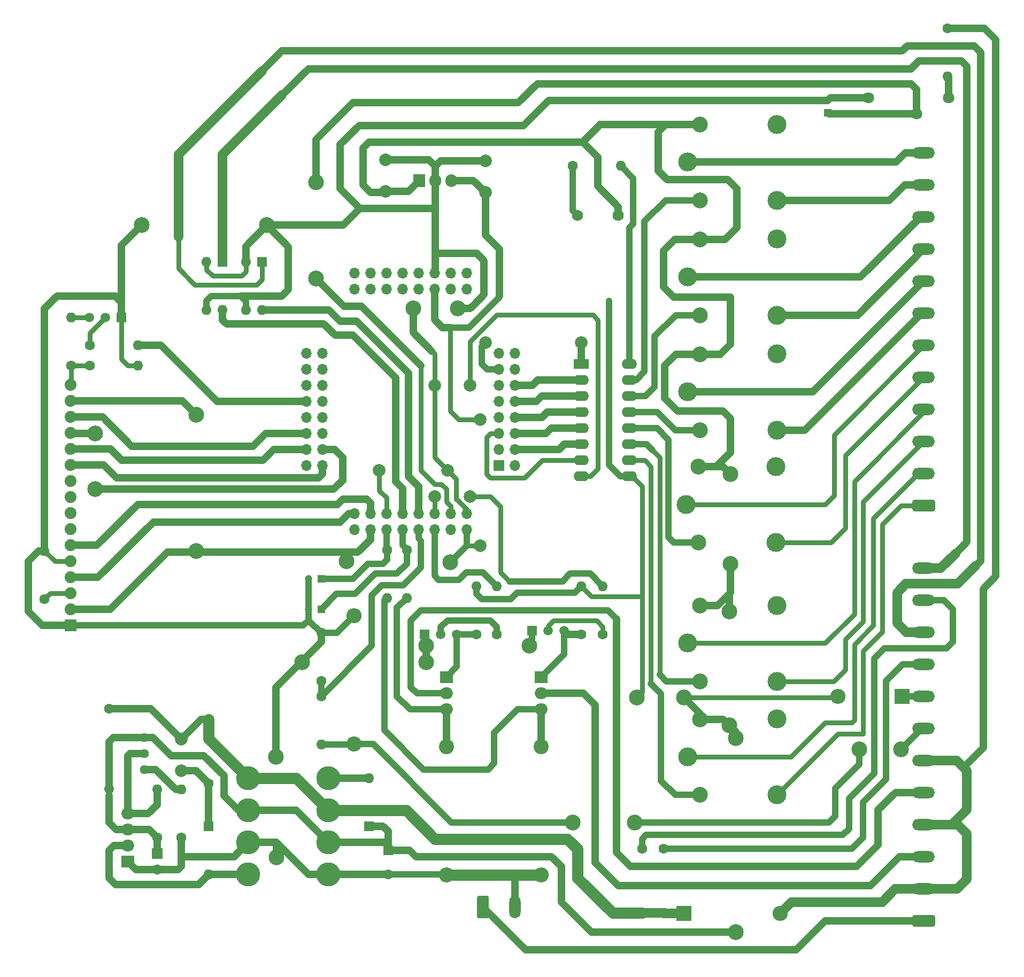
<source format=gbr>
%TF.GenerationSoftware,KiCad,Pcbnew,(5.1.6)-1*%
%TF.CreationDate,2021-02-23T05:00:00+06:00*%
%TF.ProjectId,Cabinate,43616269-6e61-4746-952e-6b696361645f,rev?*%
%TF.SameCoordinates,Original*%
%TF.FileFunction,Copper,L2,Bot*%
%TF.FilePolarity,Positive*%
%FSLAX46Y46*%
G04 Gerber Fmt 4.6, Leading zero omitted, Abs format (unit mm)*
G04 Created by KiCad (PCBNEW (5.1.6)-1) date 2021-02-23 05:00:00*
%MOMM*%
%LPD*%
G01*
G04 APERTURE LIST*
%TA.AperFunction,ComponentPad*%
%ADD10O,1.800000X3.600000*%
%TD*%
%TA.AperFunction,ComponentPad*%
%ADD11C,1.800000*%
%TD*%
%TA.AperFunction,ComponentPad*%
%ADD12O,1.600000X1.600000*%
%TD*%
%TA.AperFunction,ComponentPad*%
%ADD13C,1.600000*%
%TD*%
%TA.AperFunction,ComponentPad*%
%ADD14R,1.500000X1.500000*%
%TD*%
%TA.AperFunction,ComponentPad*%
%ADD15C,1.500000*%
%TD*%
%TA.AperFunction,ComponentPad*%
%ADD16C,1.200000*%
%TD*%
%TA.AperFunction,ComponentPad*%
%ADD17R,1.200000X1.200000*%
%TD*%
%TA.AperFunction,ComponentPad*%
%ADD18C,2.000000*%
%TD*%
%TA.AperFunction,ComponentPad*%
%ADD19O,1.905000X2.000000*%
%TD*%
%TA.AperFunction,ComponentPad*%
%ADD20R,1.905000X2.000000*%
%TD*%
%TA.AperFunction,ComponentPad*%
%ADD21O,2.400000X2.400000*%
%TD*%
%TA.AperFunction,ComponentPad*%
%ADD22R,2.400000X2.400000*%
%TD*%
%TA.AperFunction,ComponentPad*%
%ADD23C,2.400000*%
%TD*%
%TA.AperFunction,ComponentPad*%
%ADD24R,1.600000X1.600000*%
%TD*%
%TA.AperFunction,ComponentPad*%
%ADD25C,1.778000*%
%TD*%
%TA.AperFunction,ComponentPad*%
%ADD26C,1.879600*%
%TD*%
%TA.AperFunction,ComponentPad*%
%ADD27R,1.879600X1.879600*%
%TD*%
%TA.AperFunction,ComponentPad*%
%ADD28O,2.000000X1.905000*%
%TD*%
%TA.AperFunction,ComponentPad*%
%ADD29R,2.000000X1.905000*%
%TD*%
%TA.AperFunction,ComponentPad*%
%ADD30C,1.440000*%
%TD*%
%TA.AperFunction,ComponentPad*%
%ADD31C,1.651000*%
%TD*%
%TA.AperFunction,ComponentPad*%
%ADD32R,1.651000X1.651000*%
%TD*%
%TA.AperFunction,ComponentPad*%
%ADD33C,3.000000*%
%TD*%
%TA.AperFunction,ComponentPad*%
%ADD34C,2.500000*%
%TD*%
%TA.AperFunction,ComponentPad*%
%ADD35O,3.600000X1.800000*%
%TD*%
%TA.AperFunction,ComponentPad*%
%ADD36C,3.810000*%
%TD*%
%TA.AperFunction,ComponentPad*%
%ADD37O,2.400000X1.600000*%
%TD*%
%TA.AperFunction,ComponentPad*%
%ADD38R,2.400000X1.600000*%
%TD*%
%TA.AperFunction,ComponentPad*%
%ADD39O,1.700000X1.700000*%
%TD*%
%TA.AperFunction,ComponentPad*%
%ADD40R,1.700000X1.700000*%
%TD*%
%TA.AperFunction,ViaPad*%
%ADD41C,2.500000*%
%TD*%
%TA.AperFunction,ViaPad*%
%ADD42C,2.000000*%
%TD*%
%TA.AperFunction,Conductor*%
%ADD43C,1.200000*%
%TD*%
%TA.AperFunction,Conductor*%
%ADD44C,1.000000*%
%TD*%
%TA.AperFunction,Conductor*%
%ADD45C,0.800000*%
%TD*%
%TA.AperFunction,Conductor*%
%ADD46C,1.500000*%
%TD*%
%TA.AperFunction,Conductor*%
%ADD47C,1.800000*%
%TD*%
G04 APERTURE END LIST*
D10*
%TO.P,J3,2*%
%TO.N,GND*%
X127280000Y-154600000D03*
%TO.P,J3,1*%
%TO.N,Net-(J1-Pad1)*%
%TA.AperFunction,ComponentPad*%
G36*
G01*
X121300000Y-156150000D02*
X121300000Y-153050000D01*
G75*
G02*
X121550000Y-152800000I250000J0D01*
G01*
X122850000Y-152800000D01*
G75*
G02*
X123100000Y-153050000I0J-250000D01*
G01*
X123100000Y-156150000D01*
G75*
G02*
X122850000Y-156400000I-250000J0D01*
G01*
X121550000Y-156400000D01*
G75*
G02*
X121300000Y-156150000I0J250000D01*
G01*
G37*
%TD.AperFunction*%
%TD*%
D11*
%TO.P,RV2,3*%
%TO.N,Net-(R23-Pad2)*%
X195900000Y-26400000D03*
%TO.P,RV2,2*%
%TO.N,VBat*%
X190820000Y-28940000D03*
%TO.P,RV2,1*%
%TO.N,GND*%
X183200000Y-26400000D03*
%TD*%
D12*
%TO.P,R23,2*%
%TO.N,Net-(R23-Pad2)*%
X195800000Y-23020000D03*
D13*
%TO.P,R23,1*%
%TO.N,48V*%
X195800000Y-15400000D03*
%TD*%
D12*
%TO.P,R22,2*%
%TO.N,GND*%
X67620000Y-68800000D03*
D13*
%TO.P,R22,1*%
%TO.N,LED-*%
X60000000Y-68800000D03*
%TD*%
D12*
%TO.P,R21,2*%
%TO.N,Net-(Q5-Pad3)*%
X57000000Y-61180000D03*
D13*
%TO.P,R21,1*%
%TO.N,LED-*%
X57000000Y-68800000D03*
%TD*%
D12*
%TO.P,R20,2*%
%TO.N,BKLED*%
X67620000Y-65600000D03*
D13*
%TO.P,R20,1*%
%TO.N,Net-(Q5-Pad2)*%
X60000000Y-65600000D03*
%TD*%
D14*
%TO.P,Q5,1*%
%TO.N,GND*%
X65000000Y-61200000D03*
D15*
%TO.P,Q5,3*%
%TO.N,Net-(Q5-Pad3)*%
X59920000Y-61200000D03*
%TO.P,Q5,2*%
%TO.N,Net-(Q5-Pad2)*%
X62460000Y-61200000D03*
%TD*%
D16*
%TO.P,C8,2*%
%TO.N,GND*%
X176800000Y-26800000D03*
D17*
%TO.P,C8,1*%
%TO.N,VBat*%
X176800000Y-28800000D03*
%TD*%
D18*
%TO.P,C7,2*%
%TO.N,GND*%
X122600000Y-36400000D03*
%TO.P,C7,1*%
%TO.N,VCC*%
X122600000Y-41400000D03*
%TD*%
%TO.P,C6,2*%
%TO.N,GND*%
X106800000Y-36200000D03*
%TO.P,C6,1*%
%TO.N,+12V*%
X106800000Y-41200000D03*
%TD*%
D19*
%TO.P,U6,3*%
%TO.N,VCC*%
X117190000Y-39500000D03*
%TO.P,U6,2*%
%TO.N,GND*%
X114650000Y-39500000D03*
D20*
%TO.P,U6,1*%
%TO.N,+12V*%
X112110000Y-39500000D03*
%TD*%
D12*
%TO.P,R19,2*%
%TO.N,S2*%
X110200000Y-105620000D03*
D13*
%TO.P,R19,1*%
%TO.N,ADC5*%
X110200000Y-98000000D03*
%TD*%
D21*
%TO.P,D4,2*%
%TO.N,+12V*%
X178440000Y-121200000D03*
D22*
%TO.P,D4,1*%
%TO.N,Net-(D4-Pad1)*%
X188600000Y-121200000D03*
%TD*%
D16*
%TO.P,C5,2*%
%TO.N,GND*%
X94600000Y-107400000D03*
D17*
%TO.P,C5,1*%
%TO.N,ADC5*%
X96600000Y-107400000D03*
%TD*%
D21*
%TO.P,R18,2*%
%TO.N,GND*%
X101800000Y-108480000D03*
D23*
%TO.P,R18,1*%
%TO.N,FIRE*%
X101800000Y-128800000D03*
%TD*%
D12*
%TO.P,R17,2*%
%TO.N,FIRE*%
X96600000Y-128820000D03*
D13*
%TO.P,R17,1*%
%TO.N,ADC3*%
X96600000Y-121200000D03*
%TD*%
D12*
%TO.P,R16,2*%
%TO.N,GND*%
X96600000Y-111180000D03*
D13*
%TO.P,R16,1*%
%TO.N,ADC3*%
X96600000Y-118800000D03*
%TD*%
D12*
%TO.P,R14,2*%
%TO.N,+48V*%
X147400000Y-155560000D03*
D13*
%TO.P,R14,1*%
%TO.N,Net-(J1-Pad11)*%
X147400000Y-145400000D03*
%TD*%
D12*
%TO.P,R15,2*%
%TO.N,+48V*%
X150800000Y-155560000D03*
D13*
%TO.P,R15,1*%
%TO.N,Net-(J1-Pad9)*%
X150800000Y-145400000D03*
%TD*%
D12*
%TO.P,U5,4*%
%TO.N,WATERT*%
X81000000Y-60020000D03*
%TO.P,U5,2*%
%TO.N,GND*%
X78460000Y-52400000D03*
%TO.P,U5,3*%
X78460000Y-60020000D03*
D24*
%TO.P,U5,1*%
%TO.N,WATER*%
X81000000Y-52400000D03*
%TD*%
D12*
%TO.P,U4,4*%
%TO.N,DOORT*%
X87200000Y-60020000D03*
%TO.P,U4,2*%
%TO.N,GND*%
X84660000Y-52400000D03*
%TO.P,U4,3*%
X84660000Y-60020000D03*
D24*
%TO.P,U4,1*%
%TO.N,DOOR*%
X87200000Y-52400000D03*
%TD*%
D12*
%TO.P,R13,2*%
%TO.N,S1*%
X107000000Y-105620000D03*
D13*
%TO.P,R13,1*%
%TO.N,ADC7*%
X107000000Y-98000000D03*
%TD*%
D16*
%TO.P,C4,2*%
%TO.N,GND*%
X94600000Y-102600000D03*
D17*
%TO.P,C4,1*%
%TO.N,ADC7*%
X96600000Y-102600000D03*
%TD*%
D12*
%TO.P,R12,2*%
%TO.N,Net-(R12-Pad2)*%
X144020000Y-37200000D03*
D13*
%TO.P,R12,1*%
%TO.N,Net-(LS1-Pad-)*%
X136400000Y-37200000D03*
%TD*%
D25*
%TO.P,LS1,-*%
%TO.N,Net-(LS1-Pad-)*%
X137151340Y-45000000D03*
%TO.P,LS1,+*%
%TO.N,+12V*%
X143648660Y-45000000D03*
%TD*%
D12*
%TO.P,R11,2*%
%TO.N,GND*%
X52800000Y-98180000D03*
D13*
%TO.P,R11,1*%
%TO.N,Net-(LCD1-Pad3)*%
X52800000Y-105800000D03*
%TD*%
D26*
%TO.P,LCD1,16*%
%TO.N,LED-*%
X56900920Y-71901460D03*
%TO.P,LCD1,15*%
%TO.N,VCC*%
X56900920Y-74441460D03*
%TO.P,LCD1,14*%
%TO.N,D7*%
X56900920Y-76981460D03*
%TO.P,LCD1,13*%
%TO.N,D6*%
X56900920Y-79518920D03*
%TO.P,LCD1,12*%
%TO.N,D5*%
X56900920Y-82058920D03*
%TO.P,LCD1,11*%
%TO.N,D4*%
X56900920Y-84598920D03*
%TO.P,LCD1,10*%
%TO.N,N/C*%
X56900920Y-87138920D03*
%TO.P,LCD1,9*%
X56900920Y-89678920D03*
%TO.P,LCD1,8*%
X56900920Y-92218920D03*
%TO.P,LCD1,7*%
X56900920Y-94758920D03*
%TO.P,LCD1,6*%
%TO.N,E*%
X56900920Y-97298920D03*
%TO.P,LCD1,5*%
%TO.N,GND*%
X56900920Y-99838920D03*
%TO.P,LCD1,4*%
%TO.N,RS*%
X56900920Y-102378920D03*
%TO.P,LCD1,3*%
%TO.N,Net-(LCD1-Pad3)*%
X56900920Y-104918920D03*
%TO.P,LCD1,2*%
%TO.N,VCC*%
X56900920Y-107458920D03*
D27*
%TO.P,LCD1,1*%
%TO.N,GND*%
X56900920Y-109998920D03*
%TD*%
D12*
%TO.P,R10,2*%
%TO.N,+12V*%
X121200000Y-103780000D03*
D13*
%TO.P,R10,1*%
%TO.N,Net-(Q2-Pad1)*%
X121200000Y-111400000D03*
%TD*%
D12*
%TO.P,R9,2*%
%TO.N,+12V*%
X137800000Y-103780000D03*
D13*
%TO.P,R9,1*%
%TO.N,Net-(Q1-Pad1)*%
X137800000Y-111400000D03*
%TD*%
D12*
%TO.P,R8,2*%
%TO.N,~FAN1*%
X124400000Y-103780000D03*
D13*
%TO.P,R8,1*%
%TO.N,Net-(Q4-Pad2)*%
X124400000Y-111400000D03*
%TD*%
D12*
%TO.P,R7,2*%
%TO.N,~FAN2*%
X141200000Y-103780000D03*
D13*
%TO.P,R7,1*%
%TO.N,Net-(Q3-Pad2)*%
X141200000Y-111400000D03*
%TD*%
D14*
%TO.P,Q4,1*%
%TO.N,GND*%
X113000000Y-111400000D03*
D15*
%TO.P,Q4,3*%
%TO.N,Net-(Q2-Pad1)*%
X118080000Y-111400000D03*
%TO.P,Q4,2*%
%TO.N,Net-(Q4-Pad2)*%
X115540000Y-111400000D03*
%TD*%
D14*
%TO.P,Q3,1*%
%TO.N,GND*%
X130000000Y-110800000D03*
D15*
%TO.P,Q3,3*%
%TO.N,Net-(Q1-Pad1)*%
X135080000Y-110800000D03*
%TO.P,Q3,2*%
%TO.N,Net-(Q3-Pad2)*%
X132540000Y-110800000D03*
%TD*%
D21*
%TO.P,R6,2*%
%TO.N,GND*%
X116400000Y-149520000D03*
D23*
%TO.P,R6,1*%
%TO.N,S2*%
X116400000Y-129200000D03*
%TD*%
D21*
%TO.P,R5,2*%
%TO.N,GND*%
X131400000Y-149520000D03*
D23*
%TO.P,R5,1*%
%TO.N,S1*%
X131400000Y-129200000D03*
%TD*%
D28*
%TO.P,Q2,3*%
%TO.N,S2*%
X116400000Y-123280000D03*
%TO.P,Q2,2*%
%TO.N,F2*%
X116400000Y-120740000D03*
D29*
%TO.P,Q2,1*%
%TO.N,Net-(Q2-Pad1)*%
X116400000Y-118200000D03*
%TD*%
D28*
%TO.P,Q1,3*%
%TO.N,S1*%
X131400000Y-123280000D03*
%TO.P,Q1,2*%
%TO.N,F1*%
X131400000Y-120740000D03*
D29*
%TO.P,Q1,1*%
%TO.N,Net-(Q1-Pad1)*%
X131400000Y-118200000D03*
%TD*%
D12*
%TO.P,R4,2*%
%TO.N,Net-(R4-Pad2)*%
X74400000Y-135980000D03*
D13*
%TO.P,R4,1*%
%TO.N,GND*%
X74400000Y-143600000D03*
%TD*%
D30*
%TO.P,RV1,3*%
%TO.N,+12V*%
X68600000Y-127720000D03*
%TO.P,RV1,2*%
%TO.N,Net-(R2-Pad2)*%
X68600000Y-130260000D03*
%TO.P,RV1,1*%
%TO.N,Net-(R4-Pad2)*%
X68600000Y-132800000D03*
%TD*%
D13*
%TO.P,C3,2*%
%TO.N,GND*%
X107200000Y-149400000D03*
D24*
%TO.P,C3,1*%
%TO.N,+12V*%
X107200000Y-145600000D03*
%TD*%
D12*
%TO.P,D3,2*%
%TO.N,Net-(D3-Pad2)*%
X104200000Y-134180000D03*
D24*
%TO.P,D3,1*%
%TO.N,+12V*%
X104200000Y-141800000D03*
%TD*%
D12*
%TO.P,R3,2*%
%TO.N,+12V*%
X63000000Y-135900000D03*
D13*
%TO.P,R3,1*%
%TO.N,+48V*%
X63000000Y-123200000D03*
%TD*%
D12*
%TO.P,R2,2*%
%TO.N,Net-(R2-Pad2)*%
X70600000Y-135980000D03*
D13*
%TO.P,R2,1*%
%TO.N,+12V*%
X70600000Y-143600000D03*
%TD*%
D31*
%TO.P,C2,2*%
%TO.N,GND*%
X70600000Y-148649680D03*
D32*
%TO.P,C2,1*%
%TO.N,+12V*%
X70600000Y-146150320D03*
%TD*%
D33*
%TO.P,K6,1*%
%TO.N,Net-(J2-Pad12)*%
X154600000Y-36600000D03*
D34*
%TO.P,K6,5*%
%TO.N,+12V*%
X156550000Y-30650000D03*
D33*
%TO.P,K6,4*%
%TO.N,N/C*%
X168800000Y-30600000D03*
%TO.P,K6,3*%
%TO.N,Net-(J2-Pad11)*%
X168750000Y-42650000D03*
D34*
%TO.P,K6,2*%
%TO.N,REL6*%
X156550000Y-42650000D03*
%TD*%
D33*
%TO.P,K5,1*%
%TO.N,Net-(J2-Pad10)*%
X154600000Y-54800000D03*
D34*
%TO.P,K5,5*%
%TO.N,+12V*%
X156550000Y-48850000D03*
D33*
%TO.P,K5,4*%
%TO.N,N/C*%
X168800000Y-48800000D03*
%TO.P,K5,3*%
%TO.N,Net-(J2-Pad9)*%
X168750000Y-60850000D03*
D34*
%TO.P,K5,2*%
%TO.N,REL5*%
X156550000Y-60850000D03*
%TD*%
D33*
%TO.P,K4,1*%
%TO.N,Net-(J2-Pad8)*%
X154600000Y-73000000D03*
D34*
%TO.P,K4,5*%
%TO.N,+12V*%
X156550000Y-67050000D03*
D33*
%TO.P,K4,4*%
%TO.N,N/C*%
X168800000Y-67000000D03*
%TO.P,K4,3*%
%TO.N,Net-(J2-Pad7)*%
X168750000Y-79050000D03*
D34*
%TO.P,K4,2*%
%TO.N,REL4*%
X156550000Y-79050000D03*
%TD*%
D33*
%TO.P,K3,1*%
%TO.N,Net-(J2-Pad6)*%
X154400000Y-90800000D03*
D34*
%TO.P,K3,5*%
%TO.N,+12V*%
X156350000Y-84850000D03*
D33*
%TO.P,K3,4*%
%TO.N,N/C*%
X168600000Y-84800000D03*
%TO.P,K3,3*%
%TO.N,Net-(J2-Pad5)*%
X168550000Y-96850000D03*
D34*
%TO.P,K3,2*%
%TO.N,REL3*%
X156350000Y-96850000D03*
%TD*%
D33*
%TO.P,K2,1*%
%TO.N,Net-(J2-Pad4)*%
X154600000Y-112800000D03*
D34*
%TO.P,K2,5*%
%TO.N,+12V*%
X156550000Y-106850000D03*
D33*
%TO.P,K2,4*%
%TO.N,N/C*%
X168800000Y-106800000D03*
%TO.P,K2,3*%
%TO.N,Net-(J2-Pad3)*%
X168750000Y-118850000D03*
D34*
%TO.P,K2,2*%
%TO.N,REL2*%
X156550000Y-118850000D03*
%TD*%
D33*
%TO.P,K1,1*%
%TO.N,Net-(J2-Pad2)*%
X154600000Y-130800000D03*
D34*
%TO.P,K1,5*%
%TO.N,+12V*%
X156550000Y-124850000D03*
D33*
%TO.P,K1,4*%
%TO.N,N/C*%
X168800000Y-124800000D03*
%TO.P,K1,3*%
%TO.N,Net-(J2-Pad1)*%
X168750000Y-136850000D03*
D34*
%TO.P,K1,2*%
%TO.N,REL1*%
X156550000Y-136850000D03*
%TD*%
D21*
%TO.P,D2,2*%
%TO.N,48V*%
X169240000Y-155600000D03*
D22*
%TO.P,D2,1*%
%TO.N,+48V*%
X154000000Y-155600000D03*
%TD*%
D12*
%TO.P,R1,2*%
%TO.N,+48V*%
X78800000Y-124840000D03*
D13*
%TO.P,R1,1*%
%TO.N,Net-(C1-Pad2)*%
X78800000Y-135000000D03*
%TD*%
D35*
%TO.P,J2,12*%
%TO.N,Net-(J2-Pad12)*%
X192000000Y-35120000D03*
%TO.P,J2,11*%
%TO.N,Net-(J2-Pad11)*%
X192000000Y-40200000D03*
%TO.P,J2,10*%
%TO.N,Net-(J2-Pad10)*%
X192000000Y-45280000D03*
%TO.P,J2,9*%
%TO.N,Net-(J2-Pad9)*%
X192000000Y-50360000D03*
%TO.P,J2,8*%
%TO.N,Net-(J2-Pad8)*%
X192000000Y-55440000D03*
%TO.P,J2,7*%
%TO.N,Net-(J2-Pad7)*%
X192000000Y-60520000D03*
%TO.P,J2,6*%
%TO.N,Net-(J2-Pad6)*%
X192000000Y-65600000D03*
%TO.P,J2,5*%
%TO.N,Net-(J2-Pad5)*%
X192000000Y-70680000D03*
%TO.P,J2,4*%
%TO.N,Net-(J2-Pad4)*%
X192000000Y-75760000D03*
%TO.P,J2,3*%
%TO.N,Net-(J2-Pad3)*%
X192000000Y-80840000D03*
%TO.P,J2,2*%
%TO.N,Net-(J2-Pad2)*%
X192000000Y-85920000D03*
%TO.P,J2,1*%
%TO.N,Net-(J2-Pad1)*%
%TA.AperFunction,ComponentPad*%
G36*
G01*
X193550000Y-91900000D02*
X190450000Y-91900000D01*
G75*
G02*
X190200000Y-91650000I0J250000D01*
G01*
X190200000Y-90350000D01*
G75*
G02*
X190450000Y-90100000I250000J0D01*
G01*
X193550000Y-90100000D01*
G75*
G02*
X193800000Y-90350000I0J-250000D01*
G01*
X193800000Y-91650000D01*
G75*
G02*
X193550000Y-91900000I-250000J0D01*
G01*
G37*
%TD.AperFunction*%
%TD*%
%TO.P,J1,12*%
%TO.N,WATER*%
X192000000Y-100920000D03*
%TO.P,J1,11*%
%TO.N,Net-(J1-Pad11)*%
X192000000Y-106000000D03*
%TO.P,J1,10*%
%TO.N,DOOR*%
X192000000Y-111080000D03*
%TO.P,J1,9*%
%TO.N,Net-(J1-Pad9)*%
X192000000Y-116160000D03*
%TO.P,J1,8*%
%TO.N,Net-(D4-Pad1)*%
X192000000Y-121240000D03*
%TO.P,J1,7*%
%TO.N,FIRE*%
X192000000Y-126320000D03*
%TO.P,J1,6*%
%TO.N,48V*%
X192000000Y-131400000D03*
%TO.P,J1,5*%
%TO.N,F2*%
X192000000Y-136480000D03*
%TO.P,J1,4*%
%TO.N,48V*%
X192000000Y-141560000D03*
%TO.P,J1,3*%
%TO.N,F1*%
X192000000Y-146640000D03*
%TO.P,J1,2*%
%TO.N,48V*%
X192000000Y-151720000D03*
%TO.P,J1,1*%
%TO.N,Net-(J1-Pad1)*%
%TA.AperFunction,ComponentPad*%
G36*
G01*
X193550000Y-157700000D02*
X190450000Y-157700000D01*
G75*
G02*
X190200000Y-157450000I0J250000D01*
G01*
X190200000Y-156150000D01*
G75*
G02*
X190450000Y-155900000I250000J0D01*
G01*
X193550000Y-155900000D01*
G75*
G02*
X193800000Y-156150000I0J-250000D01*
G01*
X193800000Y-157450000D01*
G75*
G02*
X193550000Y-157700000I-250000J0D01*
G01*
G37*
%TD.AperFunction*%
%TD*%
D12*
%TO.P,D1,2*%
%TO.N,Net-(D1-Pad2)*%
X78800000Y-149420000D03*
D24*
%TO.P,D1,1*%
%TO.N,Net-(C1-Pad2)*%
X78800000Y-141800000D03*
%TD*%
D18*
%TO.P,C1,2*%
%TO.N,Net-(C1-Pad2)*%
X74400000Y-133000000D03*
%TO.P,C1,1*%
%TO.N,+48V*%
X74400000Y-128000000D03*
%TD*%
D36*
%TO.P,TX1,P$5*%
%TO.N,GND*%
X97750000Y-149420000D03*
%TO.P,TX1,P$4*%
%TO.N,Net-(D1-Pad2)*%
X85050000Y-149420000D03*
%TO.P,TX1,P$8*%
%TO.N,Net-(D3-Pad2)*%
X97750000Y-134180000D03*
%TO.P,TX1,P$1*%
%TO.N,+48V*%
X85050000Y-134180000D03*
%TO.P,TX1,P$6*%
%TO.N,+12V*%
X97750000Y-144340000D03*
%TO.P,TX1,P$3*%
%TO.N,GND*%
X85050000Y-144340000D03*
%TO.P,TX1,P$7*%
%TO.N,+48V*%
X97750000Y-139260000D03*
%TO.P,TX1,P$2*%
%TO.N,+12V*%
X85050000Y-139260000D03*
%TD*%
D28*
%TO.P,U3,4*%
%TO.N,Net-(R2-Pad2)*%
X66000000Y-139780000D03*
%TO.P,U3,3*%
%TO.N,+12V*%
X66000000Y-142320000D03*
%TO.P,U3,2*%
%TO.N,Net-(D1-Pad2)*%
X66000000Y-144860000D03*
D29*
%TO.P,U3,1*%
%TO.N,GND*%
X66000000Y-147400000D03*
%TD*%
D37*
%TO.P,U2,16*%
%TO.N,Net-(R12-Pad2)*%
X145420000Y-68600000D03*
%TO.P,U2,8*%
%TO.N,GND*%
X137800000Y-86380000D03*
%TO.P,U2,15*%
%TO.N,REL6*%
X145420000Y-71140000D03*
%TO.P,U2,7*%
%TO.N,Net-(U1-Pad5)*%
X137800000Y-83840000D03*
%TO.P,U2,14*%
%TO.N,REL5*%
X145420000Y-73680000D03*
%TO.P,U2,6*%
%TO.N,Net-(U1-Pad4)*%
X137800000Y-81300000D03*
%TO.P,U2,13*%
%TO.N,REL4*%
X145420000Y-76220000D03*
%TO.P,U2,5*%
%TO.N,Net-(U1-Pad6)*%
X137800000Y-78760000D03*
%TO.P,U2,12*%
%TO.N,REL3*%
X145420000Y-78760000D03*
%TO.P,U2,4*%
%TO.N,Net-(U1-Pad8)*%
X137800000Y-76220000D03*
%TO.P,U2,11*%
%TO.N,REL2*%
X145420000Y-81300000D03*
%TO.P,U2,3*%
%TO.N,10*%
X137800000Y-73680000D03*
%TO.P,U2,10*%
%TO.N,REL1*%
X145420000Y-83840000D03*
%TO.P,U2,2*%
%TO.N,12*%
X137800000Y-71140000D03*
%TO.P,U2,9*%
%TO.N,+12V*%
X145420000Y-86380000D03*
D38*
%TO.P,U2,1*%
%TO.N,13*%
X137800000Y-68600000D03*
%TD*%
D39*
%TO.P,U1,56*%
%TO.N,ADC5*%
X109460000Y-94830000D03*
%TO.P,U1,63*%
%TO.N,GND*%
X119620000Y-92290000D03*
%TO.P,U1,64*%
%TO.N,VCC*%
X119620000Y-94830000D03*
%TO.P,U1,61*%
%TO.N,VBat*%
X117080000Y-92290000D03*
%TO.P,U1,62*%
%TO.N,N/C*%
X117080000Y-94830000D03*
%TO.P,U1,59*%
%TO.N,~FAN2*%
X114540000Y-92290000D03*
%TO.P,U1,60*%
%TO.N,~FAN1*%
X114540000Y-94830000D03*
%TO.P,U1,57*%
%TO.N,DOORT*%
X112000000Y-92290000D03*
%TO.P,U1,58*%
%TO.N,ADC3*%
X112000000Y-94830000D03*
%TO.P,U1,55*%
%TO.N,WATERT*%
X109460000Y-92290000D03*
%TO.P,U1,53*%
%TO.N,GND*%
X106920000Y-92290000D03*
%TO.P,U1,54*%
%TO.N,ADC7*%
X106920000Y-94830000D03*
%TO.P,U1,52*%
%TO.N,VCC*%
X104380000Y-94830000D03*
%TO.P,U1,49*%
%TO.N,RS*%
X101840000Y-92290000D03*
%TO.P,U1,50*%
%TO.N,N/C*%
X101840000Y-94830000D03*
%TO.P,U1,51*%
%TO.N,E*%
X104380000Y-92290000D03*
%TO.P,U1,34*%
%TO.N,N/C*%
X94220000Y-66890000D03*
%TO.P,U1,33*%
X96760000Y-66890000D03*
%TO.P,U1,36*%
X94220000Y-69430000D03*
%TO.P,U1,35*%
X96760000Y-69430000D03*
%TO.P,U1,38*%
X94220000Y-71970000D03*
%TO.P,U1,37*%
X96760000Y-71970000D03*
%TO.P,U1,40*%
%TO.N,BKLED*%
X94220000Y-74510000D03*
%TO.P,U1,39*%
%TO.N,N/C*%
X96760000Y-74510000D03*
%TO.P,U1,42*%
X94220000Y-77050000D03*
%TO.P,U1,41*%
X96760000Y-77050000D03*
%TO.P,U1,44*%
%TO.N,D7*%
X94220000Y-79590000D03*
%TO.P,U1,43*%
%TO.N,N/C*%
X96760000Y-79590000D03*
%TO.P,U1,46*%
%TO.N,D5*%
X94220000Y-82130000D03*
%TO.P,U1,45*%
%TO.N,D6*%
X96760000Y-82130000D03*
%TO.P,U1,48*%
%TO.N,N/C*%
X94220000Y-84670000D03*
%TO.P,U1,47*%
%TO.N,D4*%
X96760000Y-84670000D03*
%TO.P,U1,2*%
%TO.N,N/C*%
X127240000Y-84670000D03*
D40*
%TO.P,U1,1*%
X124700000Y-84670000D03*
D39*
%TO.P,U1,4*%
%TO.N,Net-(U1-Pad4)*%
X127240000Y-82130000D03*
%TO.P,U1,3*%
%TO.N,N/C*%
X124700000Y-82130000D03*
%TO.P,U1,6*%
%TO.N,Net-(U1-Pad6)*%
X127240000Y-79590000D03*
%TO.P,U1,5*%
%TO.N,Net-(U1-Pad5)*%
X124700000Y-79590000D03*
%TO.P,U1,8*%
%TO.N,Net-(U1-Pad8)*%
X127240000Y-77050000D03*
%TO.P,U1,7*%
%TO.N,N/C*%
X124700000Y-77050000D03*
%TO.P,U1,10*%
%TO.N,10*%
X127240000Y-74510000D03*
%TO.P,U1,9*%
%TO.N,N/C*%
X124700000Y-74510000D03*
%TO.P,U1,12*%
%TO.N,12*%
X127240000Y-71970000D03*
%TO.P,U1,11*%
%TO.N,N/C*%
X124700000Y-71970000D03*
%TO.P,U1,14*%
X127240000Y-69430000D03*
%TO.P,U1,13*%
%TO.N,13*%
X124700000Y-69430000D03*
%TO.P,U1,16*%
%TO.N,N/C*%
X127240000Y-66890000D03*
%TO.P,U1,15*%
X124700000Y-66890000D03*
%TO.P,U1,30*%
X104380000Y-54190000D03*
%TO.P,U1,31*%
X101840000Y-56730000D03*
%TO.P,U1,32*%
X101840000Y-54190000D03*
%TO.P,U1,29*%
X104380000Y-56730000D03*
%TO.P,U1,27*%
X106920000Y-56730000D03*
%TO.P,U1,28*%
X106920000Y-54190000D03*
%TO.P,U1,25*%
X109460000Y-56730000D03*
%TO.P,U1,26*%
X109460000Y-54190000D03*
%TO.P,U1,23*%
X112000000Y-56730000D03*
%TO.P,U1,24*%
X112000000Y-54190000D03*
%TO.P,U1,21*%
%TO.N,VCC*%
X114540000Y-56730000D03*
%TO.P,U1,22*%
%TO.N,GND*%
X114540000Y-54190000D03*
%TO.P,U1,19*%
%TO.N,N/C*%
X117080000Y-56730000D03*
%TO.P,U1,20*%
X117080000Y-54190000D03*
%TO.P,U1,17*%
X119620000Y-56730000D03*
%TO.P,U1,18*%
X119620000Y-54190000D03*
%TD*%
D41*
%TO.N,GND*%
X129600000Y-113200000D03*
X113200000Y-113200000D03*
X118200000Y-59800000D03*
X111200000Y-59800000D03*
D42*
X116600000Y-85400000D03*
X105800000Y-85400000D03*
X120200000Y-72000000D03*
X114600000Y-72000000D03*
D41*
X89540000Y-146740000D03*
X89400000Y-130800000D03*
X68200000Y-46600000D03*
X88000000Y-46600000D03*
X113200000Y-115800000D03*
X93600000Y-115800000D03*
%TO.N,VCC*%
X117000000Y-100000000D03*
X100600000Y-99850000D03*
D42*
X121800000Y-97400000D03*
X121800000Y-77400000D03*
D41*
X76800000Y-76600000D03*
X76800000Y-98200000D03*
%TO.N,+12V*%
X146600000Y-121400000D03*
X154000000Y-121400000D03*
X161400000Y-86000000D03*
X161400000Y-100200000D03*
X161200000Y-125800000D03*
X161200000Y-107800000D03*
X162200000Y-158600000D03*
X162200000Y-127800000D03*
D42*
%TO.N,13*%
X122600000Y-65200000D03*
X137800000Y-65200000D03*
D41*
%TO.N,D6*%
X60800000Y-88400000D03*
X60800000Y-79600000D03*
D42*
%TO.N,~FAN2*%
X120200000Y-89600000D03*
X114600000Y-89600000D03*
D41*
%TO.N,FIRE*%
X188400000Y-129600000D03*
X181800000Y-129600000D03*
X146200000Y-141200000D03*
X136400000Y-141200000D03*
%TO.N,VBat*%
X95800000Y-39800000D03*
X95800000Y-55000000D03*
%TD*%
D43*
%TO.N,GND*%
X67249680Y-148649680D02*
X66000000Y-147400000D01*
X70600000Y-148649680D02*
X67249680Y-148649680D01*
X107180000Y-149420000D02*
X107200000Y-149400000D01*
X97750000Y-149420000D02*
X107180000Y-149420000D01*
X89540000Y-144340000D02*
X85050000Y-144340000D01*
X97750000Y-149420000D02*
X94620000Y-149420000D01*
X94620000Y-149420000D02*
X89540000Y-144340000D01*
X74400000Y-148200000D02*
X74400000Y-147400000D01*
X70600000Y-148649680D02*
X73950320Y-148649680D01*
X73950320Y-148649680D02*
X74400000Y-148200000D01*
X85050000Y-144340000D02*
X82790000Y-146600000D01*
X74600000Y-146600000D02*
X74400000Y-146800000D01*
X82790000Y-146600000D02*
X74600000Y-146600000D01*
X74400000Y-147400000D02*
X74400000Y-146800000D01*
X74400000Y-146800000D02*
X74400000Y-143600000D01*
D44*
X130000000Y-110800000D02*
X130000000Y-111800000D01*
X113000000Y-112800000D02*
X113000000Y-111400000D01*
X130000000Y-111800000D02*
X130000000Y-112800000D01*
X130000000Y-112800000D02*
X129600000Y-113200000D01*
X116280000Y-149400000D02*
X116400000Y-149520000D01*
X107200000Y-149400000D02*
X116280000Y-149400000D01*
D45*
X84660000Y-52400000D02*
X84660000Y-53940000D01*
X84660000Y-53940000D02*
X84000000Y-54600000D01*
X84000000Y-54600000D02*
X79400000Y-54600000D01*
X78460000Y-53660000D02*
X78460000Y-52400000D01*
X79400000Y-54600000D02*
X78460000Y-53660000D01*
D44*
X99100000Y-111180000D02*
X101800000Y-108480000D01*
X96600000Y-111180000D02*
X99100000Y-111180000D01*
X94600000Y-109180000D02*
X96600000Y-111180000D01*
X94600000Y-107400000D02*
X94600000Y-109180000D01*
X93781080Y-109998920D02*
X94600000Y-109180000D01*
X56900920Y-109998920D02*
X93781080Y-109998920D01*
X94600000Y-107400000D02*
X94600000Y-102600000D01*
D43*
X106800000Y-36200000D02*
X113600000Y-36200000D01*
X114650000Y-37250000D02*
X114650000Y-39500000D01*
X113600000Y-36200000D02*
X114650000Y-37250000D01*
X115500000Y-36400000D02*
X114650000Y-37250000D01*
X122600000Y-36400000D02*
X115500000Y-36400000D01*
X114650000Y-54080000D02*
X114540000Y-54190000D01*
X114650000Y-51050000D02*
X121250000Y-51050000D01*
X114650000Y-51050000D02*
X114650000Y-54080000D01*
X121250000Y-51050000D02*
X122400000Y-52200000D01*
X122400000Y-52200000D02*
X122400000Y-57600000D01*
X122400000Y-57600000D02*
X120800000Y-59200000D01*
D45*
X107000000Y-92210000D02*
X106920000Y-92290000D01*
X65000000Y-61200000D02*
X65000000Y-67800000D01*
X66000000Y-68800000D02*
X67620000Y-68800000D01*
X65000000Y-67800000D02*
X66000000Y-68800000D01*
D43*
X56900920Y-109998920D02*
X52398920Y-109998920D01*
X52398920Y-109998920D02*
X50200000Y-107800000D01*
X50200000Y-107800000D02*
X50200000Y-99800000D01*
X51820000Y-98180000D02*
X52800000Y-98180000D01*
X50200000Y-99800000D02*
X51820000Y-98180000D01*
X52800000Y-98180000D02*
X52800000Y-59800000D01*
X52800000Y-59800000D02*
X54800000Y-57800000D01*
X54800000Y-57800000D02*
X64000000Y-57800000D01*
X65000000Y-58800000D02*
X65000000Y-61200000D01*
X64000000Y-57800000D02*
X65000000Y-58800000D01*
X99600000Y-40800000D02*
X102750000Y-43950000D01*
X99600000Y-33800000D02*
X99600000Y-40800000D01*
X102750000Y-43950000D02*
X114650000Y-43950000D01*
X102600000Y-30800000D02*
X99600000Y-33800000D01*
X114650000Y-39500000D02*
X114650000Y-43950000D01*
X132600000Y-26800000D02*
X128600000Y-30800000D01*
X114650000Y-43950000D02*
X114650000Y-51050000D01*
X128600000Y-30800000D02*
X102600000Y-30800000D01*
X177200000Y-26400000D02*
X176800000Y-26800000D01*
X183200000Y-26400000D02*
X177200000Y-26400000D01*
X176800000Y-26800000D02*
X132600000Y-26800000D01*
X120800000Y-59200000D02*
X120600000Y-59400000D01*
X120600000Y-59400000D02*
X120200000Y-59800000D01*
X120200000Y-59800000D02*
X118200000Y-59800000D01*
X111200000Y-59800000D02*
X111200000Y-63600000D01*
D45*
X119620000Y-92290000D02*
X119620000Y-91620000D01*
X119620000Y-91620000D02*
X118200000Y-90200000D01*
X118200000Y-90200000D02*
X118000000Y-90000000D01*
X118000000Y-90000000D02*
X118000000Y-86800000D01*
X118000000Y-86800000D02*
X116600000Y-85400000D01*
X105800000Y-85400000D02*
X105800000Y-88600000D01*
X106920000Y-89720000D02*
X106920000Y-92290000D01*
X105800000Y-88600000D02*
X106920000Y-89720000D01*
X137800000Y-86380000D02*
X139220000Y-86380000D01*
X139220000Y-86380000D02*
X140400000Y-85200000D01*
X140400000Y-85200000D02*
X140400000Y-61600000D01*
X140400000Y-61600000D02*
X139600000Y-60800000D01*
X139600000Y-60800000D02*
X124400000Y-60800000D01*
X124400000Y-60800000D02*
X120200000Y-65000000D01*
X120200000Y-65000000D02*
X120200000Y-72000000D01*
X114600000Y-67000000D02*
X114100000Y-66500000D01*
X114600000Y-72000000D02*
X114600000Y-67000000D01*
D43*
X111200000Y-63600000D02*
X114100000Y-66500000D01*
D45*
X114600000Y-83400000D02*
X116600000Y-85400000D01*
X114600000Y-72000000D02*
X114600000Y-83400000D01*
X54458920Y-99838920D02*
X52800000Y-98180000D01*
X56900920Y-99838920D02*
X54458920Y-99838920D01*
D43*
X89540000Y-144340000D02*
X89540000Y-146740000D01*
X89400000Y-130800000D02*
X89400000Y-119800000D01*
X96600000Y-112600000D02*
X96600000Y-111180000D01*
X89400000Y-119800000D02*
X96600000Y-112600000D01*
X65000000Y-58800000D02*
X65000000Y-49800000D01*
X65000000Y-49800000D02*
X68200000Y-46600000D01*
X84660000Y-49940000D02*
X84660000Y-52400000D01*
X88000000Y-46600000D02*
X84660000Y-49940000D01*
X100100000Y-46600000D02*
X102750000Y-43950000D01*
X88000000Y-46600000D02*
X100100000Y-46600000D01*
X113200000Y-113200000D02*
X113200000Y-115200000D01*
X113200000Y-115200000D02*
X113200000Y-115800000D01*
%TO.N,VCC*%
X56900920Y-107458920D02*
X63141080Y-107458920D01*
X63141080Y-107458920D02*
X72200000Y-98400000D01*
X104380000Y-96420000D02*
X104380000Y-94830000D01*
X102400000Y-98400000D02*
X104380000Y-96420000D01*
D44*
X119620000Y-94830000D02*
X119620000Y-97380000D01*
X119620000Y-97380000D02*
X118800000Y-98200000D01*
X118800000Y-98200000D02*
X117000000Y-100000000D01*
D43*
X72200000Y-98400000D02*
X100600000Y-98400000D01*
X100600000Y-98400000D02*
X102400000Y-98400000D01*
D44*
X100600000Y-99850000D02*
X100600000Y-98400000D01*
D43*
X120700000Y-39500000D02*
X122600000Y-41400000D01*
X117190000Y-39500000D02*
X120700000Y-39500000D01*
X122600000Y-48200000D02*
X122600000Y-41400000D01*
X124800000Y-50400000D02*
X122600000Y-48200000D01*
X114540000Y-61540000D02*
X115800000Y-62800000D01*
X114540000Y-56730000D02*
X114540000Y-61540000D01*
D45*
X117000000Y-100000000D02*
X119600000Y-97400000D01*
X119600000Y-97400000D02*
X121800000Y-97400000D01*
X121800000Y-77400000D02*
X118400000Y-77400000D01*
X118400000Y-77400000D02*
X117000000Y-76000000D01*
D43*
X115800000Y-62800000D02*
X117000000Y-62800000D01*
D45*
X117000000Y-76000000D02*
X117000000Y-62800000D01*
D44*
X117000000Y-62800000D02*
X120000000Y-62800000D01*
X124800000Y-58000000D02*
X124800000Y-57800000D01*
X120000000Y-62800000D02*
X124800000Y-58000000D01*
D43*
X124800000Y-57800000D02*
X124800000Y-50400000D01*
X56900920Y-74441460D02*
X74641460Y-74441460D01*
X74641460Y-74441460D02*
X76800000Y-76600000D01*
%TO.N,Net-(C1-Pad2)*%
X76800000Y-133000000D02*
X78800000Y-135000000D01*
X74400000Y-133000000D02*
X76800000Y-133000000D01*
X78800000Y-141800000D02*
X78800000Y-135000000D01*
%TO.N,Net-(D1-Pad2)*%
X85050000Y-149420000D02*
X78800000Y-149420000D01*
X77220000Y-151000000D02*
X78800000Y-149420000D01*
X63740000Y-144860000D02*
X63000000Y-145600000D01*
X64000000Y-151000000D02*
X77220000Y-151000000D01*
X66000000Y-144860000D02*
X63740000Y-144860000D01*
X63000000Y-145600000D02*
X63000000Y-150000000D01*
X63000000Y-150000000D02*
X64000000Y-151000000D01*
D46*
%TO.N,48V*%
X192000000Y-151720000D02*
X197280000Y-151720000D01*
X197280000Y-151720000D02*
X198800000Y-150200000D01*
X198800000Y-150200000D02*
X198800000Y-143000000D01*
X197360000Y-141560000D02*
X192000000Y-141560000D01*
X198800000Y-143000000D02*
X197360000Y-141560000D01*
X192000000Y-141560000D02*
X196440000Y-141560000D01*
X196440000Y-141560000D02*
X198800000Y-139200000D01*
X198800000Y-139200000D02*
X198800000Y-133000000D01*
X197200000Y-131400000D02*
X192000000Y-131400000D01*
X192000000Y-151720000D02*
X187480000Y-151720000D01*
X187480000Y-151720000D02*
X185400000Y-153800000D01*
X171040000Y-153800000D02*
X169240000Y-155600000D01*
X185400000Y-153800000D02*
X171040000Y-153800000D01*
D43*
X201400000Y-104200000D02*
X201400000Y-129400000D01*
X203400000Y-102200000D02*
X201400000Y-104200000D01*
D46*
X198300000Y-132500000D02*
X197200000Y-131400000D01*
D43*
X201400000Y-129400000D02*
X198300000Y-132500000D01*
D46*
X198800000Y-133000000D02*
X198300000Y-132500000D01*
D43*
X203400000Y-17200000D02*
X203400000Y-102200000D01*
X195800000Y-15400000D02*
X201600000Y-15400000D01*
X201600000Y-15400000D02*
X203400000Y-17200000D01*
%TO.N,+48V*%
X69600000Y-123200000D02*
X74400000Y-128000000D01*
X63000000Y-123200000D02*
X69600000Y-123200000D01*
X77560000Y-124840000D02*
X74400000Y-128000000D01*
X78800000Y-124840000D02*
X77560000Y-124840000D01*
D46*
X150840000Y-155600000D02*
X150800000Y-155560000D01*
X154000000Y-155600000D02*
X150840000Y-155600000D01*
X150800000Y-155560000D02*
X147400000Y-155560000D01*
D47*
X92670000Y-134180000D02*
X85050000Y-134180000D01*
X97750000Y-139260000D02*
X92670000Y-134180000D01*
X78800000Y-127930000D02*
X85050000Y-134180000D01*
X78800000Y-124840000D02*
X78800000Y-127930000D01*
X143960000Y-155560000D02*
X147400000Y-155560000D01*
X142760000Y-155560000D02*
X143960000Y-155560000D01*
X137200000Y-150000000D02*
X142760000Y-155560000D01*
X110060000Y-139260000D02*
X114600000Y-143800000D01*
X97750000Y-139260000D02*
X110060000Y-139260000D01*
X114600000Y-143800000D02*
X135600000Y-143800000D01*
X135600000Y-143800000D02*
X137200000Y-145400000D01*
X137200000Y-145400000D02*
X137200000Y-150000000D01*
D43*
%TO.N,+12V*%
X104200000Y-141800000D02*
X106400000Y-141800000D01*
X106400000Y-141800000D02*
X107200000Y-142600000D01*
X107060000Y-144340000D02*
X107200000Y-144200000D01*
X97750000Y-144340000D02*
X107060000Y-144340000D01*
X107200000Y-142600000D02*
X107200000Y-144200000D01*
X107200000Y-144200000D02*
X107200000Y-145600000D01*
X92670000Y-139260000D02*
X85050000Y-139260000D01*
X97750000Y-144340000D02*
X92670000Y-139260000D01*
X85050000Y-139260000D02*
X83460000Y-139260000D01*
X83460000Y-139260000D02*
X81200000Y-137000000D01*
X81200000Y-137000000D02*
X81200000Y-133800000D01*
X81200000Y-133800000D02*
X78000000Y-130600000D01*
X78000000Y-130600000D02*
X72800000Y-130600000D01*
X69920000Y-127720000D02*
X68600000Y-127720000D01*
X72800000Y-130600000D02*
X69920000Y-127720000D01*
X69320000Y-142320000D02*
X70600000Y-143600000D01*
X66000000Y-142320000D02*
X69320000Y-142320000D01*
X70600000Y-143600000D02*
X70600000Y-146150320D01*
X66000000Y-142320000D02*
X64120000Y-142320000D01*
X64120000Y-142320000D02*
X63000000Y-141200000D01*
X63000000Y-141200000D02*
X63000000Y-137000000D01*
X68600000Y-127720000D02*
X63680000Y-127720000D01*
X63000000Y-128400000D02*
X63000000Y-135900000D01*
X63680000Y-127720000D02*
X63000000Y-128400000D01*
D44*
X142200000Y-84600000D02*
X142200000Y-58600000D01*
X145420000Y-86380000D02*
X143980000Y-86380000D01*
X143980000Y-86380000D02*
X142200000Y-84600000D01*
X137800000Y-103780000D02*
X136780000Y-104800000D01*
X121200000Y-103780000D02*
X121200000Y-105000000D01*
X121200000Y-105000000D02*
X122000000Y-105800000D01*
X122000000Y-105800000D02*
X126600000Y-105800000D01*
X127600000Y-104800000D02*
X136780000Y-104800000D01*
X126600000Y-105800000D02*
X127600000Y-104800000D01*
D45*
X139420000Y-105400000D02*
X137800000Y-103780000D01*
X145780000Y-86380000D02*
X147400000Y-88000000D01*
X147400000Y-105200000D02*
X147200000Y-105400000D01*
X145420000Y-86380000D02*
X145780000Y-86380000D01*
X147400000Y-88000000D02*
X147400000Y-105200000D01*
X147200000Y-105400000D02*
X139420000Y-105400000D01*
X147400000Y-105200000D02*
X147400000Y-120600000D01*
X147400000Y-120600000D02*
X146600000Y-121400000D01*
X178240000Y-121400000D02*
X178440000Y-121200000D01*
X154000000Y-121400000D02*
X178240000Y-121400000D01*
X63000000Y-137000000D02*
X63000000Y-135900000D01*
D43*
X110410000Y-41200000D02*
X112110000Y-39500000D01*
X106800000Y-41200000D02*
X110410000Y-41200000D01*
X128200000Y-33400000D02*
X104200000Y-33400000D01*
X104200000Y-33400000D02*
X103200000Y-34400000D01*
X103200000Y-34400000D02*
X103200000Y-40200000D01*
X103200000Y-40200000D02*
X104400000Y-41400000D01*
X106600000Y-41400000D02*
X106800000Y-41200000D01*
X104400000Y-41400000D02*
X106600000Y-41400000D01*
X143648660Y-45000000D02*
X143648660Y-43648660D01*
X143648660Y-43648660D02*
X140400000Y-40400000D01*
X140400000Y-40400000D02*
X140400000Y-35800000D01*
X138000000Y-33400000D02*
X128200000Y-33400000D01*
X140400000Y-35800000D02*
X138000000Y-33400000D01*
X151150000Y-30650000D02*
X156550000Y-30650000D01*
X150000000Y-31800000D02*
X151150000Y-30650000D01*
X150000000Y-38000000D02*
X150000000Y-31800000D01*
X151400000Y-39400000D02*
X150000000Y-38000000D01*
X156550000Y-48850000D02*
X160550000Y-48850000D01*
X160550000Y-48850000D02*
X162400000Y-47000000D01*
X162400000Y-47000000D02*
X162400000Y-40800000D01*
X162400000Y-40800000D02*
X161000000Y-39400000D01*
X161000000Y-39400000D02*
X151400000Y-39400000D01*
X140750000Y-30650000D02*
X138000000Y-33400000D01*
X156550000Y-30650000D02*
X140750000Y-30650000D01*
X152550000Y-48850000D02*
X156550000Y-48850000D01*
X150800000Y-50600000D02*
X152550000Y-48850000D01*
X150800000Y-56400000D02*
X150800000Y-50600000D01*
X159750000Y-67050000D02*
X161400000Y-65400000D01*
X156550000Y-67050000D02*
X159750000Y-67050000D01*
X161400000Y-65400000D02*
X161400000Y-58000000D01*
X161400000Y-58000000D02*
X152400000Y-58000000D01*
X152400000Y-58000000D02*
X150800000Y-56400000D01*
X152750000Y-67050000D02*
X156550000Y-67050000D01*
X151000000Y-68800000D02*
X152750000Y-67050000D01*
X151000000Y-74000000D02*
X151000000Y-68800000D01*
X153000000Y-76000000D02*
X151000000Y-74000000D01*
X159150000Y-84850000D02*
X161400000Y-82600000D01*
X156350000Y-84850000D02*
X159150000Y-84850000D01*
X161400000Y-82600000D02*
X161400000Y-77200000D01*
X161400000Y-77200000D02*
X160200000Y-76000000D01*
X160200000Y-76000000D02*
X153000000Y-76000000D01*
X156350000Y-84850000D02*
X160250000Y-84850000D01*
X160250000Y-84850000D02*
X161400000Y-86000000D01*
X161400000Y-100200000D02*
X161400000Y-104800000D01*
X159350000Y-106850000D02*
X156550000Y-106850000D01*
X161400000Y-104800000D02*
X159350000Y-106850000D01*
X156550000Y-124850000D02*
X160250000Y-124850000D01*
X160250000Y-124850000D02*
X161200000Y-125800000D01*
X161200000Y-105000000D02*
X161400000Y-104800000D01*
X161200000Y-107800000D02*
X161200000Y-105000000D01*
X156550000Y-123950000D02*
X154000000Y-121400000D01*
X156550000Y-124850000D02*
X156550000Y-123950000D01*
X107200000Y-145600000D02*
X110600000Y-145600000D01*
X110600000Y-145600000D02*
X111600000Y-146600000D01*
X111600000Y-146600000D02*
X130800000Y-146600000D01*
X130800000Y-146600000D02*
X133000000Y-146600000D01*
X133000000Y-146600000D02*
X134600000Y-148200000D01*
X134600000Y-148200000D02*
X134600000Y-153800000D01*
X134600000Y-153800000D02*
X139400000Y-158600000D01*
X139400000Y-158600000D02*
X162200000Y-158600000D01*
X162200000Y-126800000D02*
X161200000Y-125800000D01*
X162200000Y-127800000D02*
X162200000Y-126800000D01*
%TO.N,Net-(R2-Pad2)*%
X66000000Y-139780000D02*
X69220000Y-139780000D01*
X70600000Y-138400000D02*
X70600000Y-135980000D01*
X69220000Y-139780000D02*
X70600000Y-138400000D01*
X68600000Y-130260000D02*
X66340000Y-130260000D01*
X66000000Y-130600000D02*
X66000000Y-139780000D01*
X66340000Y-130260000D02*
X66000000Y-130600000D01*
%TO.N,Net-(D3-Pad2)*%
X97750000Y-134180000D02*
X104200000Y-134180000D01*
%TO.N,Net-(R4-Pad2)*%
X74400000Y-135980000D02*
X73580000Y-135980000D01*
X70400000Y-132800000D02*
X68600000Y-132800000D01*
X73580000Y-135980000D02*
X70400000Y-132800000D01*
%TO.N,F2*%
X145600000Y-148200000D02*
X143400000Y-146000000D01*
X192000000Y-136480000D02*
X187520000Y-136480000D01*
X143400000Y-146000000D02*
X143400000Y-109000000D01*
X181400000Y-148200000D02*
X145600000Y-148200000D01*
X187520000Y-136480000D02*
X184800000Y-139200000D01*
X184800000Y-139200000D02*
X184800000Y-144800000D01*
X184800000Y-144800000D02*
X181400000Y-148200000D01*
D44*
X142000000Y-107600000D02*
X143400000Y-109000000D01*
X111740000Y-120740000D02*
X110800000Y-119800000D01*
X116400000Y-120740000D02*
X111740000Y-120740000D01*
X110800000Y-119800000D02*
X110800000Y-109200000D01*
X110800000Y-109200000D02*
X112400000Y-107600000D01*
X112400000Y-107600000D02*
X142000000Y-107600000D01*
D43*
%TO.N,F1*%
X192000000Y-146640000D02*
X188160000Y-146640000D01*
X188160000Y-146640000D02*
X183600000Y-151200000D01*
X183600000Y-151200000D02*
X143600000Y-151200000D01*
X143600000Y-151200000D02*
X140000000Y-147600000D01*
X140000000Y-147600000D02*
X140000000Y-122600000D01*
X138140000Y-120740000D02*
X131400000Y-120740000D01*
X140000000Y-122600000D02*
X138140000Y-120740000D01*
%TO.N,Net-(Q1-Pad1)*%
X135680000Y-111400000D02*
X135080000Y-110800000D01*
X137800000Y-111400000D02*
X135680000Y-111400000D01*
D44*
X135080000Y-114520000D02*
X131400000Y-118200000D01*
X135080000Y-110800000D02*
X135080000Y-114520000D01*
%TO.N,Net-(Q2-Pad1)*%
X121200000Y-111400000D02*
X118080000Y-111400000D01*
X118080000Y-116520000D02*
X116400000Y-118200000D01*
X118080000Y-111400000D02*
X118080000Y-116520000D01*
D45*
%TO.N,Net-(Q3-Pad2)*%
X141200000Y-111400000D02*
X141200000Y-110200000D01*
X141200000Y-110200000D02*
X140200000Y-109200000D01*
X140200000Y-109200000D02*
X133400000Y-109200000D01*
X132540000Y-110060000D02*
X132540000Y-110800000D01*
X133400000Y-109200000D02*
X132540000Y-110060000D01*
D44*
%TO.N,Net-(Q4-Pad2)*%
X124400000Y-110200000D02*
X124400000Y-111400000D01*
X123400000Y-109200000D02*
X124400000Y-110200000D01*
X115540000Y-111400000D02*
X115540000Y-110260000D01*
X116600000Y-109200000D02*
X123400000Y-109200000D01*
X115540000Y-110260000D02*
X116600000Y-109200000D01*
D43*
%TO.N,Net-(U1-Pad4)*%
X127240000Y-82130000D02*
X134270000Y-82130000D01*
X135100000Y-81300000D02*
X137800000Y-81300000D01*
X134270000Y-82130000D02*
X135100000Y-81300000D01*
%TO.N,Net-(U1-Pad6)*%
X127240000Y-79590000D02*
X132210000Y-79590000D01*
X133040000Y-78760000D02*
X137800000Y-78760000D01*
X132210000Y-79590000D02*
X133040000Y-78760000D01*
D45*
%TO.N,Net-(U1-Pad5)*%
X123410000Y-79590000D02*
X124700000Y-79590000D01*
X122800000Y-80200000D02*
X123410000Y-79590000D01*
X131560000Y-83840000D02*
X128800000Y-86600000D01*
X137800000Y-83840000D02*
X131560000Y-83840000D01*
X123400000Y-86600000D02*
X122800000Y-86000000D01*
X128800000Y-86600000D02*
X123400000Y-86600000D01*
X122800000Y-86000000D02*
X122800000Y-80200000D01*
D43*
%TO.N,Net-(U1-Pad8)*%
X127240000Y-77050000D02*
X131550000Y-77050000D01*
X132380000Y-76220000D02*
X137800000Y-76220000D01*
X131550000Y-77050000D02*
X132380000Y-76220000D01*
%TO.N,10*%
X127240000Y-74510000D02*
X130690000Y-74510000D01*
X131520000Y-73680000D02*
X137800000Y-73680000D01*
X130690000Y-74510000D02*
X131520000Y-73680000D01*
%TO.N,12*%
X127240000Y-71970000D02*
X130030000Y-71970000D01*
X130860000Y-71140000D02*
X137800000Y-71140000D01*
X130030000Y-71970000D02*
X130860000Y-71140000D01*
%TO.N,13*%
X137800000Y-65200000D02*
X137800000Y-68600000D01*
D44*
X122830000Y-69430000D02*
X124700000Y-69430000D01*
X122000000Y-68600000D02*
X122830000Y-69430000D01*
X122600000Y-65200000D02*
X122000000Y-65800000D01*
X122000000Y-65800000D02*
X122000000Y-68600000D01*
D45*
%TO.N,Net-(LCD1-Pad3)*%
X53681080Y-104918920D02*
X52800000Y-105800000D01*
X56900920Y-104918920D02*
X53681080Y-104918920D01*
D44*
%TO.N,REL1*%
X152650000Y-136850000D02*
X156550000Y-136850000D01*
X150400000Y-134600000D02*
X152650000Y-136850000D01*
X150400000Y-120800000D02*
X150400000Y-134600000D01*
D45*
X145420000Y-83840000D02*
X147840000Y-83840000D01*
X147840000Y-83840000D02*
X148800000Y-84800000D01*
X148800000Y-84800000D02*
X148800000Y-101600000D01*
X148800000Y-101600000D02*
X148800000Y-119200000D01*
D44*
X148800000Y-119200000D02*
X150400000Y-120800000D01*
D43*
%TO.N,D7*%
X61981460Y-76981460D02*
X56900920Y-76981460D01*
X66600000Y-81600000D02*
X61981460Y-76981460D01*
X85800000Y-81600000D02*
X66600000Y-81600000D01*
X94220000Y-79590000D02*
X87810000Y-79590000D01*
X87810000Y-79590000D02*
X85800000Y-81600000D01*
%TO.N,D6*%
X96760000Y-82130000D02*
X98730000Y-82130000D01*
X98730000Y-82130000D02*
X99400000Y-82800000D01*
X99400000Y-82800000D02*
X100000000Y-83400000D01*
X100000000Y-83400000D02*
X100000000Y-87000000D01*
X100000000Y-87000000D02*
X99200000Y-87800000D01*
X99200000Y-87800000D02*
X98600000Y-88400000D01*
X98600000Y-88400000D02*
X60800000Y-88400000D01*
X56982000Y-79600000D02*
X56900920Y-79518920D01*
X60800000Y-79600000D02*
X56982000Y-79600000D01*
%TO.N,D5*%
X94220000Y-82130000D02*
X89070000Y-82130000D01*
X89070000Y-82130000D02*
X87400000Y-83800000D01*
X87400000Y-83800000D02*
X65000000Y-83800000D01*
X63258920Y-82058920D02*
X56900920Y-82058920D01*
X65000000Y-83800000D02*
X63258920Y-82058920D01*
%TO.N,D4*%
X96760000Y-84670000D02*
X96760000Y-86040000D01*
X96760000Y-86040000D02*
X96200000Y-86600000D01*
X96200000Y-86600000D02*
X64200000Y-86600000D01*
X62198920Y-84598920D02*
X56900920Y-84598920D01*
X64200000Y-86600000D02*
X62198920Y-84598920D01*
%TO.N,E*%
X67600000Y-90800000D02*
X61101080Y-97298920D01*
X61101080Y-97298920D02*
X56900920Y-97298920D01*
X104380000Y-92290000D02*
X104380000Y-90580000D01*
X103800000Y-90000000D02*
X100000000Y-90000000D01*
X100000000Y-90000000D02*
X99200000Y-90800000D01*
X104380000Y-90580000D02*
X103800000Y-90000000D01*
X99200000Y-90800000D02*
X67600000Y-90800000D01*
%TO.N,RS*%
X101840000Y-92290000D02*
X100910000Y-92290000D01*
X100910000Y-92290000D02*
X99600000Y-93600000D01*
X99600000Y-93600000D02*
X70000000Y-93600000D01*
X61221080Y-102378920D02*
X56900920Y-102378920D01*
X70000000Y-93600000D02*
X61221080Y-102378920D01*
D44*
%TO.N,Net-(J1-Pad11)*%
X196600000Y-107400000D02*
X195200000Y-106000000D01*
X180200000Y-137400000D02*
X184200000Y-133400000D01*
X184200000Y-133400000D02*
X184200000Y-115200000D01*
X180200000Y-142200000D02*
X180200000Y-137400000D01*
X179200000Y-143200000D02*
X180200000Y-142200000D01*
X147400000Y-145400000D02*
X147400000Y-143800000D01*
X195200000Y-106000000D02*
X192000000Y-106000000D01*
X147400000Y-143800000D02*
X148000000Y-143200000D01*
X148000000Y-143200000D02*
X179200000Y-143200000D01*
X184200000Y-115200000D02*
X185800000Y-113600000D01*
X185800000Y-113600000D02*
X195600000Y-113600000D01*
X195600000Y-113600000D02*
X196600000Y-112600000D01*
X196600000Y-112600000D02*
X196600000Y-107400000D01*
%TO.N,Net-(J1-Pad9)*%
X150800000Y-145400000D02*
X180600000Y-145400000D01*
X180600000Y-145400000D02*
X182400000Y-143600000D01*
X182400000Y-143600000D02*
X182400000Y-138000000D01*
X182400000Y-138000000D02*
X186000000Y-134400000D01*
X186000000Y-134400000D02*
X186000000Y-118800000D01*
X188640000Y-116160000D02*
X192000000Y-116160000D01*
X186000000Y-118800000D02*
X188640000Y-116160000D01*
%TO.N,REL2*%
X145420000Y-81300000D02*
X148100000Y-81300000D01*
X148100000Y-81300000D02*
X149000000Y-82200000D01*
X151250000Y-118850000D02*
X156550000Y-118850000D01*
D45*
X150200000Y-114600000D02*
X150200000Y-117800000D01*
X150200000Y-83400000D02*
X150200000Y-114600000D01*
X149000000Y-82200000D02*
X150200000Y-83400000D01*
D44*
X150200000Y-117800000D02*
X151250000Y-118850000D01*
%TO.N,REL3*%
X152450000Y-96850000D02*
X156350000Y-96850000D01*
X151600000Y-96000000D02*
X152450000Y-96850000D01*
X151600000Y-80600000D02*
X151600000Y-96000000D01*
X145420000Y-78760000D02*
X149760000Y-78760000D01*
X149760000Y-78760000D02*
X151600000Y-80600000D01*
%TO.N,REL4*%
X145420000Y-76220000D02*
X149820000Y-76220000D01*
X152650000Y-79050000D02*
X156550000Y-79050000D01*
X149820000Y-76220000D02*
X152650000Y-79050000D01*
%TO.N,REL5*%
X145420000Y-73680000D02*
X147920000Y-73680000D01*
X147920000Y-73680000D02*
X149400000Y-72200000D01*
X149400000Y-72200000D02*
X149400000Y-64200000D01*
X152750000Y-60850000D02*
X156550000Y-60850000D01*
X149400000Y-64200000D02*
X152750000Y-60850000D01*
%TO.N,REL6*%
X145420000Y-71140000D02*
X146460000Y-71140000D01*
X146460000Y-71140000D02*
X147800000Y-69800000D01*
X147800000Y-69800000D02*
X147800000Y-46000000D01*
X151150000Y-42650000D02*
X156550000Y-42650000D01*
X147800000Y-46000000D02*
X151150000Y-42650000D01*
%TO.N,~FAN2*%
X139220000Y-101800000D02*
X136000000Y-101800000D01*
X141200000Y-103780000D02*
X139220000Y-101800000D01*
X134800000Y-103000000D02*
X126400000Y-103000000D01*
X136000000Y-101800000D02*
X134800000Y-103000000D01*
D45*
X114600000Y-92230000D02*
X114540000Y-92290000D01*
X114600000Y-89600000D02*
X114600000Y-92230000D01*
X123400000Y-89600000D02*
X120200000Y-89600000D01*
X125000000Y-91200000D02*
X123400000Y-89600000D01*
X126400000Y-103000000D02*
X125000000Y-101600000D01*
X125000000Y-101600000D02*
X125000000Y-91200000D01*
D44*
%TO.N,~FAN1*%
X122220000Y-101600000D02*
X119600000Y-101600000D01*
X114540000Y-99540000D02*
X114540000Y-94830000D01*
X124400000Y-103780000D02*
X122220000Y-101600000D01*
X119600000Y-101600000D02*
X118400000Y-102800000D01*
X114540000Y-102140000D02*
X114540000Y-99540000D01*
X118400000Y-102800000D02*
X115200000Y-102800000D01*
X115200000Y-102800000D02*
X114540000Y-102140000D01*
%TO.N,Net-(LS1-Pad-)*%
X136400000Y-44248660D02*
X137151340Y-45000000D01*
X136400000Y-37200000D02*
X136400000Y-44248660D01*
%TO.N,Net-(R12-Pad2)*%
X146000000Y-39180000D02*
X144020000Y-37200000D01*
X146000000Y-46400000D02*
X146000000Y-39180000D01*
X145420000Y-68600000D02*
X145420000Y-46980000D01*
X145420000Y-46980000D02*
X146000000Y-46400000D01*
%TO.N,ADC7*%
X106920000Y-97920000D02*
X107000000Y-98000000D01*
X106920000Y-94830000D02*
X106920000Y-97920000D01*
X107000000Y-98000000D02*
X107000000Y-99600000D01*
X107000000Y-99600000D02*
X106400000Y-100200000D01*
X106400000Y-100200000D02*
X104000000Y-100200000D01*
X101600000Y-102600000D02*
X96600000Y-102600000D01*
X104000000Y-100200000D02*
X101600000Y-102600000D01*
D43*
%TO.N,S1*%
X131400000Y-123280000D02*
X131400000Y-129200000D01*
D44*
X131400000Y-123280000D02*
X127720000Y-123280000D01*
X127720000Y-123280000D02*
X124000000Y-127000000D01*
X124000000Y-127000000D02*
X124000000Y-131800000D01*
X124000000Y-131800000D02*
X123000000Y-132800000D01*
X123000000Y-132800000D02*
X112800000Y-132800000D01*
X112800000Y-132800000D02*
X106600000Y-126600000D01*
X106600000Y-106020000D02*
X107000000Y-105620000D01*
X106600000Y-126600000D02*
X106600000Y-106020000D01*
D46*
%TO.N,WATER*%
X192000000Y-100920000D02*
X194680000Y-100920000D01*
X194680000Y-100920000D02*
X197000000Y-98600000D01*
X81000000Y-35400000D02*
X81000000Y-52400000D01*
X90400000Y-26000000D02*
X81000000Y-35400000D01*
D43*
X198800000Y-96800000D02*
X197000000Y-98600000D01*
X198800000Y-21400000D02*
X198800000Y-96800000D01*
X191200000Y-20600000D02*
X198000000Y-20600000D01*
X90400000Y-26000000D02*
X94600000Y-21800000D01*
X94600000Y-21800000D02*
X190000000Y-21800000D01*
X190000000Y-21800000D02*
X191200000Y-20600000D01*
X198000000Y-20600000D02*
X198800000Y-21400000D01*
D46*
%TO.N,DOOR*%
X192000000Y-111080000D02*
X189280000Y-111080000D01*
X189280000Y-111080000D02*
X187800000Y-109600000D01*
X187800000Y-109600000D02*
X187800000Y-104800000D01*
X187800000Y-104800000D02*
X189200000Y-103400000D01*
X189200000Y-103400000D02*
X197400000Y-103400000D01*
X197400000Y-103400000D02*
X200200000Y-100600000D01*
X87200000Y-22200000D02*
X74000000Y-35400000D01*
X74000000Y-35400000D02*
X74000000Y-48400000D01*
D45*
X74000000Y-48400000D02*
X74000000Y-53400000D01*
X74000000Y-53400000D02*
X76600000Y-56000000D01*
X76600000Y-56000000D02*
X86400000Y-56000000D01*
X87200000Y-55200000D02*
X87200000Y-52400000D01*
X86400000Y-56000000D02*
X87200000Y-55200000D01*
D43*
X201000000Y-99800000D02*
X200200000Y-100600000D01*
X201000000Y-19200000D02*
X201000000Y-99800000D01*
X90400000Y-19000000D02*
X188600000Y-19000000D01*
X87200000Y-22200000D02*
X90400000Y-19000000D01*
X188600000Y-19000000D02*
X189400000Y-18200000D01*
X189400000Y-18200000D02*
X200000000Y-18200000D01*
X200000000Y-18200000D02*
X201000000Y-19200000D01*
D44*
%TO.N,GND*%
X84660000Y-60020000D02*
X84660000Y-58660000D01*
X84660000Y-58660000D02*
X83800000Y-57800000D01*
X83800000Y-57800000D02*
X79200000Y-57800000D01*
X78460000Y-58540000D02*
X78460000Y-60020000D01*
X79200000Y-57800000D02*
X78460000Y-58540000D01*
D43*
X88000000Y-46600000D02*
X91400000Y-50000000D01*
X91400000Y-50000000D02*
X91400000Y-56800000D01*
X91400000Y-56800000D02*
X90400000Y-57800000D01*
X90400000Y-57800000D02*
X83800000Y-57800000D01*
X127280000Y-154600000D02*
X127280000Y-150080000D01*
D47*
X116400000Y-149520000D02*
X126720000Y-149520000D01*
D43*
X127280000Y-150080000D02*
X126720000Y-149520000D01*
D47*
X126720000Y-149520000D02*
X131400000Y-149520000D01*
D44*
%TO.N,FIRE*%
X101780000Y-128820000D02*
X101800000Y-128800000D01*
X96600000Y-128820000D02*
X101780000Y-128820000D01*
X192000000Y-126320000D02*
X191680000Y-126320000D01*
X191680000Y-126320000D02*
X188400000Y-129600000D01*
X181800000Y-129600000D02*
X181800000Y-132000000D01*
X181800000Y-132000000D02*
X178000000Y-135800000D01*
X178000000Y-135800000D02*
X178000000Y-140200000D01*
X178000000Y-140200000D02*
X177000000Y-141200000D01*
X177000000Y-141200000D02*
X146200000Y-141200000D01*
X136400000Y-141200000D02*
X117200000Y-141200000D01*
X104800000Y-128800000D02*
X101800000Y-128800000D01*
X117200000Y-141200000D02*
X104800000Y-128800000D01*
%TO.N,ADC5*%
X109460000Y-97260000D02*
X110200000Y-98000000D01*
X109460000Y-94830000D02*
X109460000Y-97260000D01*
X99000000Y-105000000D02*
X96600000Y-107400000D01*
X99000000Y-105000000D02*
X102000000Y-105000000D01*
X102000000Y-105000000D02*
X105200000Y-101800000D01*
X105200000Y-101800000D02*
X108600000Y-101800000D01*
X110200000Y-100200000D02*
X110200000Y-98000000D01*
X108600000Y-101800000D02*
X110200000Y-100200000D01*
%TO.N,Net-(D4-Pad1)*%
X191960000Y-121200000D02*
X192000000Y-121240000D01*
X188600000Y-121200000D02*
X191960000Y-121200000D01*
D43*
%TO.N,S2*%
X116400000Y-123280000D02*
X116400000Y-129200000D01*
D44*
X116400000Y-123280000D02*
X110680000Y-123280000D01*
X110680000Y-123280000D02*
X108600000Y-121200000D01*
X108600000Y-107220000D02*
X110200000Y-105620000D01*
X108600000Y-121200000D02*
X108600000Y-107220000D01*
%TO.N,ADC3*%
X96600000Y-121200000D02*
X96600000Y-118800000D01*
X112000000Y-96200000D02*
X112000000Y-94830000D01*
X112400000Y-100800000D02*
X112400000Y-96600000D01*
X104600000Y-113200000D02*
X104600000Y-105200000D01*
X96600000Y-121200000D02*
X104600000Y-113200000D01*
X109600000Y-103600000D02*
X112400000Y-100800000D01*
X112400000Y-96600000D02*
X112000000Y-96200000D01*
X104600000Y-105200000D02*
X106200000Y-103600000D01*
X106200000Y-103600000D02*
X109600000Y-103600000D01*
D43*
%TO.N,DOORT*%
X87200000Y-60020000D02*
X97820000Y-60020000D01*
X97820000Y-60020000D02*
X99600000Y-61800000D01*
X99600000Y-61800000D02*
X102200000Y-61800000D01*
X102200000Y-61800000D02*
X110400000Y-70000000D01*
X110400000Y-70000000D02*
X110400000Y-86400000D01*
X112000000Y-88000000D02*
X112000000Y-92290000D01*
X110400000Y-86400000D02*
X112000000Y-88000000D01*
%TO.N,WATERT*%
X81000000Y-60020000D02*
X81000000Y-61600000D01*
X81000000Y-61600000D02*
X81600000Y-62200000D01*
X81600000Y-62200000D02*
X97000000Y-62200000D01*
X97000000Y-62200000D02*
X98800000Y-64000000D01*
X98800000Y-64000000D02*
X101600000Y-64000000D01*
X101600000Y-64000000D02*
X108400000Y-70800000D01*
X108400000Y-70800000D02*
X108400000Y-87200000D01*
X109460000Y-88260000D02*
X109460000Y-92290000D01*
X108400000Y-87200000D02*
X109460000Y-88260000D01*
D45*
%TO.N,Net-(J2-Pad6)*%
X154400000Y-90800000D02*
X176400000Y-90800000D01*
X176400000Y-90800000D02*
X177800000Y-89400000D01*
X177800000Y-79800000D02*
X192000000Y-65600000D01*
X177800000Y-89400000D02*
X177800000Y-79800000D01*
%TO.N,Net-(J2-Pad5)*%
X168550000Y-96850000D02*
X177350000Y-96850000D01*
X177350000Y-96850000D02*
X179600000Y-94600000D01*
X179600000Y-83080000D02*
X192000000Y-70680000D01*
X179600000Y-94600000D02*
X179600000Y-83080000D01*
%TO.N,Net-(J2-Pad4)*%
X181000000Y-87200000D02*
X192000000Y-76200000D01*
X181000000Y-108200000D02*
X181000000Y-87200000D01*
X192000000Y-76200000D02*
X192000000Y-75760000D01*
X154600000Y-112800000D02*
X176400000Y-112800000D01*
X176400000Y-112800000D02*
X181000000Y-108200000D01*
%TO.N,Net-(J2-Pad3)*%
X191960000Y-80840000D02*
X192000000Y-80840000D01*
X182400000Y-90400000D02*
X191960000Y-80840000D01*
X177750000Y-118850000D02*
X179600000Y-117000000D01*
X179600000Y-117000000D02*
X179600000Y-112200000D01*
X179600000Y-112200000D02*
X182400000Y-109400000D01*
X168750000Y-118850000D02*
X177750000Y-118850000D01*
X182400000Y-109400000D02*
X182400000Y-90400000D01*
%TO.N,Net-(J2-Pad2)*%
X191080000Y-85920000D02*
X192000000Y-85920000D01*
X181000000Y-113000000D02*
X184000000Y-110000000D01*
X181000000Y-125000000D02*
X181000000Y-113000000D01*
X171000000Y-130800000D02*
X176400000Y-125400000D01*
X184000000Y-110000000D02*
X184000000Y-93000000D01*
X180200000Y-125400000D02*
X180240001Y-125359999D01*
X180640001Y-125359999D02*
X181000000Y-125000000D01*
X154600000Y-130800000D02*
X171000000Y-130800000D01*
X176400000Y-125400000D02*
X180200000Y-125400000D01*
X184000000Y-93000000D02*
X191080000Y-85920000D01*
X180240001Y-125359999D02*
X180640001Y-125359999D01*
%TO.N,Net-(J2-Pad1)*%
X188400000Y-91000000D02*
X192000000Y-91000000D01*
X185400000Y-94000000D02*
X188400000Y-91000000D01*
X178400000Y-127200000D02*
X182400000Y-127200000D01*
X168750000Y-136850000D02*
X178400000Y-127200000D01*
X182400000Y-127200000D02*
X182400000Y-114000000D01*
X182400000Y-114000000D02*
X185400000Y-111000000D01*
X185400000Y-111000000D02*
X185400000Y-94000000D01*
%TO.N,LED-*%
X57000000Y-71802380D02*
X56900920Y-71901460D01*
X57000000Y-68800000D02*
X57000000Y-71802380D01*
X60000000Y-68800000D02*
X57000000Y-68800000D01*
D43*
%TO.N,VBat*%
X176940000Y-28940000D02*
X176800000Y-28800000D01*
X190820000Y-28940000D02*
X176940000Y-28940000D01*
X190820000Y-28940000D02*
X190820000Y-25020000D01*
X190820000Y-25020000D02*
X190000000Y-24200000D01*
X130800000Y-24200000D02*
X127800000Y-27200000D01*
X190000000Y-24200000D02*
X130800000Y-24200000D01*
X127800000Y-27200000D02*
X101600000Y-27200000D01*
X101600000Y-27200000D02*
X95800000Y-33000000D01*
X95800000Y-33000000D02*
X95800000Y-39800000D01*
X112400000Y-68800000D02*
X103000000Y-59400000D01*
X100200000Y-59400000D02*
X95800000Y-55000000D01*
X103000000Y-59400000D02*
X100200000Y-59400000D01*
D45*
X112400000Y-68800000D02*
X112400000Y-83800000D01*
X117080000Y-92290000D02*
X117080000Y-91080000D01*
X117080000Y-91080000D02*
X116400000Y-90400000D01*
X116400000Y-90400000D02*
X116400000Y-88400000D01*
X116400000Y-88400000D02*
X115600000Y-87600000D01*
X115600000Y-87600000D02*
X114600000Y-87600000D01*
X112400000Y-85400000D02*
X112400000Y-83800000D01*
X114600000Y-87600000D02*
X112400000Y-85400000D01*
%TO.N,Net-(Q5-Pad3)*%
X59900000Y-61180000D02*
X59920000Y-61200000D01*
X57000000Y-61180000D02*
X59900000Y-61180000D01*
%TO.N,Net-(Q5-Pad2)*%
X60000000Y-63660000D02*
X62460000Y-61200000D01*
X60000000Y-65600000D02*
X60000000Y-63660000D01*
D43*
%TO.N,Net-(R23-Pad2)*%
X195900000Y-23120000D02*
X195800000Y-23020000D01*
X195900000Y-26400000D02*
X195900000Y-23120000D01*
%TO.N,Net-(J1-Pad1)*%
X192000000Y-156800000D02*
X176400000Y-156800000D01*
X176400000Y-156800000D02*
X171800000Y-161400000D01*
X129000000Y-161400000D02*
X122200000Y-154600000D01*
X171800000Y-161400000D02*
X129000000Y-161400000D01*
%TO.N,Net-(J2-Pad12)*%
X154600000Y-36600000D02*
X187600000Y-36600000D01*
X189080000Y-35120000D02*
X192000000Y-35120000D01*
X187600000Y-36600000D02*
X189080000Y-35120000D01*
%TO.N,Net-(J2-Pad11)*%
X168750000Y-42650000D02*
X186550000Y-42650000D01*
X189000000Y-40200000D02*
X192000000Y-40200000D01*
X186550000Y-42650000D02*
X189000000Y-40200000D01*
%TO.N,Net-(J2-Pad10)*%
X154600000Y-54800000D02*
X182000000Y-54800000D01*
X191520000Y-45280000D02*
X192000000Y-45280000D01*
X182000000Y-54800000D02*
X191520000Y-45280000D01*
%TO.N,Net-(J2-Pad9)*%
X181510000Y-60850000D02*
X192000000Y-50360000D01*
X168750000Y-60850000D02*
X181510000Y-60850000D01*
%TO.N,Net-(J2-Pad8)*%
X154600000Y-73000000D02*
X174400000Y-73000000D01*
X191960000Y-55440000D02*
X192000000Y-55440000D01*
X174400000Y-73000000D02*
X191960000Y-55440000D01*
%TO.N,Net-(J2-Pad7)*%
X168750000Y-79050000D02*
X173150000Y-79050000D01*
X191680000Y-60520000D02*
X192000000Y-60520000D01*
X173150000Y-79050000D02*
X191680000Y-60520000D01*
%TO.N,BKLED*%
X94220000Y-74510000D02*
X80110000Y-74510000D01*
X71200000Y-65600000D02*
X67620000Y-65600000D01*
X80110000Y-74510000D02*
X71200000Y-65600000D01*
%TD*%
M02*

</source>
